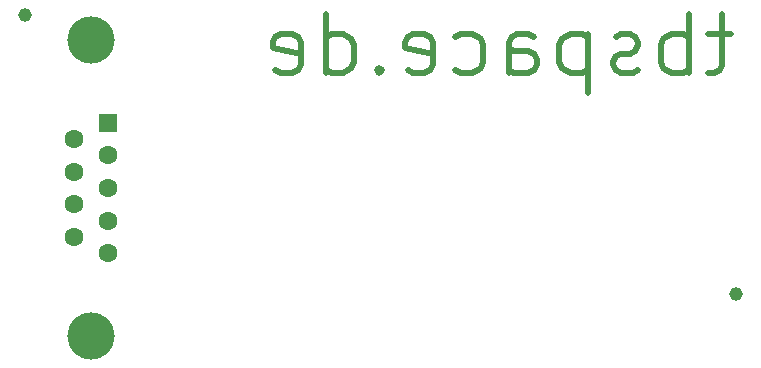
<source format=gbr>
%TF.GenerationSoftware,KiCad,Pcbnew,(6.0.4-0)*%
%TF.CreationDate,2022-03-21T10:12:57+01:00*%
%TF.ProjectId,IrDA_RS232,49724441-5f52-4533-9233-322e6b696361,rev?*%
%TF.SameCoordinates,Original*%
%TF.FileFunction,Soldermask,Bot*%
%TF.FilePolarity,Negative*%
%FSLAX46Y46*%
G04 Gerber Fmt 4.6, Leading zero omitted, Abs format (unit mm)*
G04 Created by KiCad (PCBNEW (6.0.4-0)) date 2022-03-21 10:12:57*
%MOMM*%
%LPD*%
G01*
G04 APERTURE LIST*
%ADD10C,0.500000*%
%ADD11C,1.152000*%
%ADD12C,4.000000*%
%ADD13R,1.600000X1.600000*%
%ADD14C,1.600000*%
G04 APERTURE END LIST*
D10*
X78316857Y-45766171D02*
X76412095Y-45766171D01*
X77602571Y-44099504D02*
X77602571Y-48385219D01*
X77364476Y-48861409D01*
X76888285Y-49099504D01*
X76412095Y-49099504D01*
X74745428Y-49099504D02*
X74745428Y-44099504D01*
X74745428Y-46004266D02*
X74269238Y-45766171D01*
X73316857Y-45766171D01*
X72840666Y-46004266D01*
X72602571Y-46242361D01*
X72364476Y-46718552D01*
X72364476Y-48147123D01*
X72602571Y-48623314D01*
X72840666Y-48861409D01*
X73316857Y-49099504D01*
X74269238Y-49099504D01*
X74745428Y-48861409D01*
X70459714Y-48861409D02*
X69983523Y-49099504D01*
X69031142Y-49099504D01*
X68554952Y-48861409D01*
X68316857Y-48385219D01*
X68316857Y-48147123D01*
X68554952Y-47670933D01*
X69031142Y-47432838D01*
X69745428Y-47432838D01*
X70221619Y-47194742D01*
X70459714Y-46718552D01*
X70459714Y-46480457D01*
X70221619Y-46004266D01*
X69745428Y-45766171D01*
X69031142Y-45766171D01*
X68554952Y-46004266D01*
X66174000Y-45766171D02*
X66174000Y-50766171D01*
X66174000Y-46004266D02*
X65697809Y-45766171D01*
X64745428Y-45766171D01*
X64269238Y-46004266D01*
X64031142Y-46242361D01*
X63793047Y-46718552D01*
X63793047Y-48147123D01*
X64031142Y-48623314D01*
X64269238Y-48861409D01*
X64745428Y-49099504D01*
X65697809Y-49099504D01*
X66174000Y-48861409D01*
X59507333Y-49099504D02*
X59507333Y-46480457D01*
X59745428Y-46004266D01*
X60221619Y-45766171D01*
X61174000Y-45766171D01*
X61650190Y-46004266D01*
X59507333Y-48861409D02*
X59983523Y-49099504D01*
X61174000Y-49099504D01*
X61650190Y-48861409D01*
X61888285Y-48385219D01*
X61888285Y-47909028D01*
X61650190Y-47432838D01*
X61174000Y-47194742D01*
X59983523Y-47194742D01*
X59507333Y-46956647D01*
X54983523Y-48861409D02*
X55459714Y-49099504D01*
X56412095Y-49099504D01*
X56888285Y-48861409D01*
X57126380Y-48623314D01*
X57364476Y-48147123D01*
X57364476Y-46718552D01*
X57126380Y-46242361D01*
X56888285Y-46004266D01*
X56412095Y-45766171D01*
X55459714Y-45766171D01*
X54983523Y-46004266D01*
X50935904Y-48861409D02*
X51412095Y-49099504D01*
X52364476Y-49099504D01*
X52840666Y-48861409D01*
X53078761Y-48385219D01*
X53078761Y-46480457D01*
X52840666Y-46004266D01*
X52364476Y-45766171D01*
X51412095Y-45766171D01*
X50935904Y-46004266D01*
X50697809Y-46480457D01*
X50697809Y-46956647D01*
X53078761Y-47432838D01*
X48554952Y-48623314D02*
X48316857Y-48861409D01*
X48554952Y-49099504D01*
X48793047Y-48861409D01*
X48554952Y-48623314D01*
X48554952Y-49099504D01*
X44031142Y-49099504D02*
X44031142Y-44099504D01*
X44031142Y-48861409D02*
X44507333Y-49099504D01*
X45459714Y-49099504D01*
X45935904Y-48861409D01*
X46174000Y-48623314D01*
X46412095Y-48147123D01*
X46412095Y-46718552D01*
X46174000Y-46242361D01*
X45935904Y-46004266D01*
X45459714Y-45766171D01*
X44507333Y-45766171D01*
X44031142Y-46004266D01*
X39745428Y-48861409D02*
X40221619Y-49099504D01*
X41174000Y-49099504D01*
X41650190Y-48861409D01*
X41888285Y-48385219D01*
X41888285Y-46480457D01*
X41650190Y-46004266D01*
X41174000Y-45766171D01*
X40221619Y-45766171D01*
X39745428Y-46004266D01*
X39507333Y-46480457D01*
X39507333Y-46956647D01*
X41888285Y-47432838D01*
D11*
%TO.C,H1*%
X78740000Y-67818000D03*
%TD*%
%TO.C,H2*%
X18542000Y-44196000D03*
%TD*%
D12*
%TO.C,J1*%
X24128931Y-46316400D03*
X24128931Y-71316400D03*
D13*
X25548931Y-53276400D03*
D14*
X25548931Y-56046400D03*
X25548931Y-58816400D03*
X25548931Y-61586400D03*
X25548931Y-64356400D03*
X22708931Y-54661400D03*
X22708931Y-57431400D03*
X22708931Y-60201400D03*
X22708931Y-62971400D03*
%TD*%
M02*

</source>
